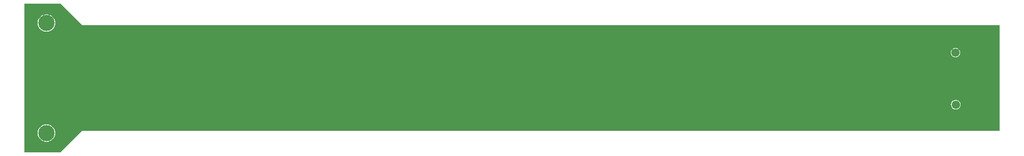
<source format=gbl>
G04 Layer_Physical_Order=2*
G04 Layer_Color=16711680*
%FSLAX25Y25*%
%MOIN*%
G70*
G01*
G75*
%ADD16C,0.11811*%
%ADD17C,0.06102*%
%ADD18C,0.05000*%
%ADD19C,0.02800*%
G36*
X42658Y93839D02*
X42666Y93834D01*
X43000Y93500D01*
X707744D01*
Y16666D01*
X43233D01*
X43144Y16683D01*
X42792Y16613D01*
X42623Y16500D01*
X42500D01*
X27000Y1000D01*
X1000D01*
Y109319D01*
X27179D01*
X42658Y93839D01*
D02*
G37*
%LPC*%
G36*
X17000Y21336D02*
X15764Y21214D01*
X14575Y20854D01*
X13480Y20268D01*
X12520Y19480D01*
X11732Y18520D01*
X11146Y17425D01*
X10786Y16236D01*
X10664Y15000D01*
X10786Y13764D01*
X11146Y12575D01*
X11732Y11480D01*
X12520Y10520D01*
X13480Y9732D01*
X14575Y9146D01*
X15764Y8786D01*
X17000Y8664D01*
X18236Y8786D01*
X19425Y9146D01*
X20520Y9732D01*
X21480Y10520D01*
X22268Y11480D01*
X22854Y12575D01*
X23214Y13764D01*
X23336Y15000D01*
X23214Y16236D01*
X22854Y17425D01*
X22268Y18520D01*
X21480Y19480D01*
X20520Y20268D01*
X19425Y20854D01*
X18236Y21214D01*
X17000Y21336D01*
D02*
G37*
G36*
X675858Y39209D02*
X674957Y39091D01*
X674118Y38743D01*
X673397Y38190D01*
X672844Y37469D01*
X672496Y36629D01*
X672377Y35728D01*
X672496Y34827D01*
X672844Y33988D01*
X673397Y33267D01*
X674118Y32714D01*
X674957Y32366D01*
X675858Y32247D01*
X676759Y32366D01*
X677599Y32714D01*
X678320Y33267D01*
X678873Y33988D01*
X679221Y34827D01*
X679339Y35728D01*
X679221Y36629D01*
X678873Y37469D01*
X678320Y38190D01*
X677599Y38743D01*
X676759Y39091D01*
X675858Y39209D01*
D02*
G37*
G36*
X17000Y101572D02*
X15764Y101451D01*
X14575Y101090D01*
X13480Y100505D01*
X12520Y99717D01*
X11732Y98756D01*
X11146Y97661D01*
X10786Y96472D01*
X10664Y95236D01*
X10786Y94000D01*
X11146Y92812D01*
X11732Y91716D01*
X12520Y90756D01*
X13480Y89968D01*
X14575Y89383D01*
X15764Y89022D01*
X17000Y88900D01*
X18236Y89022D01*
X19425Y89383D01*
X20520Y89968D01*
X21480Y90756D01*
X22268Y91716D01*
X22854Y92812D01*
X23214Y94000D01*
X23336Y95236D01*
X23214Y96472D01*
X22854Y97661D01*
X22268Y98756D01*
X21480Y99717D01*
X20520Y100505D01*
X19425Y101090D01*
X18236Y101451D01*
X17000Y101572D01*
D02*
G37*
G36*
X675661Y77103D02*
X674760Y76984D01*
X673921Y76637D01*
X673200Y76083D01*
X672647Y75362D01*
X672299Y74523D01*
X672181Y73622D01*
X672299Y72721D01*
X672647Y71882D01*
X673200Y71161D01*
X673921Y70607D01*
X674760Y70260D01*
X675661Y70141D01*
X676562Y70260D01*
X677402Y70607D01*
X678123Y71161D01*
X678676Y71882D01*
X679024Y72721D01*
X679142Y73622D01*
X679024Y74523D01*
X678676Y75362D01*
X678123Y76083D01*
X677402Y76637D01*
X676562Y76984D01*
X675661Y77103D01*
D02*
G37*
%LPD*%
D16*
X17000Y95236D02*
D03*
Y15000D02*
D03*
D17*
X675858Y35728D02*
D03*
X675661Y73622D02*
D03*
D18*
X22486Y40471D02*
D03*
X28486D02*
D03*
X34486D02*
D03*
X40486D02*
D03*
X46486D02*
D03*
X52486D02*
D03*
X58486D02*
D03*
X64486D02*
D03*
X70486D02*
D03*
X76486D02*
D03*
X82486D02*
D03*
X88486D02*
D03*
X94486D02*
D03*
X100486D02*
D03*
X106486D02*
D03*
X112486D02*
D03*
X118486D02*
D03*
X124486D02*
D03*
X130486D02*
D03*
X136486D02*
D03*
X142486D02*
D03*
X148486D02*
D03*
X154486D02*
D03*
X160486D02*
D03*
X166486D02*
D03*
X172486D02*
D03*
X178486D02*
D03*
X184486D02*
D03*
X190486D02*
D03*
X196486D02*
D03*
X202486D02*
D03*
X208486D02*
D03*
X214486D02*
D03*
X220486D02*
D03*
X226486D02*
D03*
X232486D02*
D03*
X238486D02*
D03*
X244486D02*
D03*
X250486D02*
D03*
X256486D02*
D03*
X262486D02*
D03*
X268486D02*
D03*
X274486D02*
D03*
X280486D02*
D03*
X286486D02*
D03*
X292486D02*
D03*
X298486D02*
D03*
X304486D02*
D03*
X310486D02*
D03*
X316486D02*
D03*
X322486D02*
D03*
X328486D02*
D03*
X334486D02*
D03*
X340486D02*
D03*
X346486D02*
D03*
X352486D02*
D03*
X358486D02*
D03*
X364486D02*
D03*
X370486D02*
D03*
X376486D02*
D03*
X382486D02*
D03*
X388486D02*
D03*
X394486D02*
D03*
X400486D02*
D03*
X406486D02*
D03*
X412486D02*
D03*
X418486D02*
D03*
X424486D02*
D03*
X430486D02*
D03*
X436486D02*
D03*
X442486D02*
D03*
X448486D02*
D03*
X454486D02*
D03*
X460486D02*
D03*
X466486D02*
D03*
X472486D02*
D03*
X478486D02*
D03*
X484486D02*
D03*
X490486D02*
D03*
X496486D02*
D03*
X502486D02*
D03*
X508486D02*
D03*
X514486D02*
D03*
X520486D02*
D03*
X526486D02*
D03*
X532486D02*
D03*
X538486D02*
D03*
X544486D02*
D03*
X550486D02*
D03*
X556486D02*
D03*
X562486D02*
D03*
X568486D02*
D03*
X574486D02*
D03*
X580486D02*
D03*
X586486D02*
D03*
X592486D02*
D03*
X598486D02*
D03*
X604486D02*
D03*
X610486D02*
D03*
X616486D02*
D03*
X622486D02*
D03*
X628486D02*
D03*
X634486D02*
D03*
X640486D02*
D03*
X646486D02*
D03*
X652486D02*
D03*
X666570Y44380D02*
D03*
X646765Y48529D02*
D03*
X640765D02*
D03*
X634764D02*
D03*
X628764D02*
D03*
X622764D02*
D03*
X616764D02*
D03*
X610765D02*
D03*
X604765D02*
D03*
X598765D02*
D03*
X592765D02*
D03*
X586764D02*
D03*
X580764D02*
D03*
X574764D02*
D03*
X568764D02*
D03*
X562765D02*
D03*
X556765D02*
D03*
X550765D02*
D03*
X544765D02*
D03*
X538764D02*
D03*
X532764D02*
D03*
X526764D02*
D03*
X520764D02*
D03*
X514764D02*
D03*
X508765D02*
D03*
X502765D02*
D03*
X496765D02*
D03*
X490765D02*
D03*
X484764D02*
D03*
X478764D02*
D03*
X472764D02*
D03*
X466764D02*
D03*
X460765D02*
D03*
X454765D02*
D03*
X448765D02*
D03*
X442765D02*
D03*
X436764D02*
D03*
X430764D02*
D03*
X424764D02*
D03*
X418764D02*
D03*
X412765D02*
D03*
X406765D02*
D03*
X400765D02*
D03*
X394764D02*
D03*
X388765D02*
D03*
X382765D02*
D03*
X376764D02*
D03*
X370764D02*
D03*
X364764D02*
D03*
X358765D02*
D03*
X352765D02*
D03*
X346764D02*
D03*
X340764D02*
D03*
X334765D02*
D03*
X328765D02*
D03*
X322764D02*
D03*
X316764D02*
D03*
X310765D02*
D03*
X304765D02*
D03*
X298764D02*
D03*
X292764D02*
D03*
X286765D02*
D03*
X280765D02*
D03*
X274764D02*
D03*
X268764D02*
D03*
X262765D02*
D03*
X256765D02*
D03*
X250764D02*
D03*
X244764D02*
D03*
X238765D02*
D03*
X232765D02*
D03*
X226764D02*
D03*
X220764D02*
D03*
X214764D02*
D03*
X208765D02*
D03*
X202765D02*
D03*
X196765D02*
D03*
X190764D02*
D03*
X184765D02*
D03*
X178764D02*
D03*
X172765D02*
D03*
X166764D02*
D03*
X160765D02*
D03*
X154764D02*
D03*
X148765D02*
D03*
X142764D02*
D03*
X136765D02*
D03*
X130764D02*
D03*
X124765D02*
D03*
X118764D02*
D03*
X112765D02*
D03*
X106764D02*
D03*
X100765D02*
D03*
X94765D02*
D03*
X88765D02*
D03*
X82765D02*
D03*
X76765D02*
D03*
X70764D02*
D03*
X64764D02*
D03*
X58764D02*
D03*
X52764D02*
D03*
X46764D02*
D03*
X40764D02*
D03*
X34765D02*
D03*
X28765D02*
D03*
X22764D02*
D03*
X22487Y59671D02*
D03*
X28487D02*
D03*
X34487D02*
D03*
X40487D02*
D03*
X46487D02*
D03*
X52487D02*
D03*
X58487D02*
D03*
X64487D02*
D03*
X70487D02*
D03*
X76487D02*
D03*
X82487D02*
D03*
X88487D02*
D03*
X94487D02*
D03*
X100487D02*
D03*
X106487D02*
D03*
X112487D02*
D03*
X118487D02*
D03*
X124487D02*
D03*
X130487D02*
D03*
X136487D02*
D03*
X142487D02*
D03*
X148487D02*
D03*
X154487D02*
D03*
X160487D02*
D03*
X166487D02*
D03*
X172487D02*
D03*
X178487D02*
D03*
X184487D02*
D03*
X190487D02*
D03*
X196487D02*
D03*
X202487D02*
D03*
X208487D02*
D03*
X214487D02*
D03*
X220487D02*
D03*
X226487D02*
D03*
X232487D02*
D03*
X238487D02*
D03*
X244487D02*
D03*
X250487D02*
D03*
X256487D02*
D03*
X262487D02*
D03*
X268487D02*
D03*
X274487D02*
D03*
X280487D02*
D03*
X286487D02*
D03*
X292487D02*
D03*
X298487D02*
D03*
X304487D02*
D03*
X310487D02*
D03*
X316487D02*
D03*
X322487D02*
D03*
X328487D02*
D03*
X334487D02*
D03*
X340487D02*
D03*
X346487D02*
D03*
X352487D02*
D03*
X358487D02*
D03*
X364487D02*
D03*
X370487D02*
D03*
X376487D02*
D03*
X382487D02*
D03*
X388487D02*
D03*
X394487D02*
D03*
X400487D02*
D03*
X406487D02*
D03*
X412487D02*
D03*
X418487D02*
D03*
X424487D02*
D03*
X430487D02*
D03*
X436487D02*
D03*
X442487D02*
D03*
X448487D02*
D03*
X454487D02*
D03*
X460487D02*
D03*
X466487D02*
D03*
X472487D02*
D03*
X478487D02*
D03*
X484487D02*
D03*
X490487D02*
D03*
X496487D02*
D03*
X502487D02*
D03*
X508487D02*
D03*
X514487D02*
D03*
X520487D02*
D03*
X526487D02*
D03*
X532487D02*
D03*
X538487D02*
D03*
X544487D02*
D03*
X550487D02*
D03*
X556487D02*
D03*
X562487D02*
D03*
X568487D02*
D03*
X574487D02*
D03*
X580487D02*
D03*
X586487D02*
D03*
X592487D02*
D03*
X598487D02*
D03*
X604487D02*
D03*
X610487D02*
D03*
X616487D02*
D03*
X622487D02*
D03*
X628487D02*
D03*
X634487D02*
D03*
X640487D02*
D03*
X646487D02*
D03*
X652487D02*
D03*
X666578Y63219D02*
D03*
X646765Y67729D02*
D03*
X640765D02*
D03*
X634764D02*
D03*
X628764D02*
D03*
X622764D02*
D03*
X616764D02*
D03*
X610765D02*
D03*
X604765D02*
D03*
X598765D02*
D03*
X592765D02*
D03*
X586764D02*
D03*
X580764D02*
D03*
X574764D02*
D03*
X568764D02*
D03*
X562765D02*
D03*
X556765D02*
D03*
X550765D02*
D03*
X544765D02*
D03*
X538764D02*
D03*
X532764D02*
D03*
X526764D02*
D03*
X520764D02*
D03*
X514764D02*
D03*
X508765D02*
D03*
X502765D02*
D03*
X496765D02*
D03*
X490765D02*
D03*
X484764D02*
D03*
X478764D02*
D03*
X472764D02*
D03*
X466764D02*
D03*
X460765D02*
D03*
X454765D02*
D03*
X448765D02*
D03*
X442765D02*
D03*
X436764D02*
D03*
X430764D02*
D03*
X424764D02*
D03*
X418764D02*
D03*
X412765D02*
D03*
X406765D02*
D03*
X400765D02*
D03*
X394764D02*
D03*
X388765D02*
D03*
X382765D02*
D03*
X376764D02*
D03*
X370764D02*
D03*
X364764D02*
D03*
X358765D02*
D03*
X352765D02*
D03*
X346764D02*
D03*
X340764D02*
D03*
X334765D02*
D03*
X328765D02*
D03*
X322764D02*
D03*
X316764D02*
D03*
X310765D02*
D03*
X304765D02*
D03*
X298764D02*
D03*
X292764D02*
D03*
X286765D02*
D03*
X280765D02*
D03*
X274764D02*
D03*
X268764D02*
D03*
X262765D02*
D03*
X256765D02*
D03*
X250764D02*
D03*
X244764D02*
D03*
X238765D02*
D03*
X232765D02*
D03*
X226764D02*
D03*
X220764D02*
D03*
X214764D02*
D03*
X208765D02*
D03*
X202765D02*
D03*
X196765D02*
D03*
X190764D02*
D03*
X184765D02*
D03*
X178764D02*
D03*
X172765D02*
D03*
X166764D02*
D03*
X160765D02*
D03*
X154764D02*
D03*
X148765D02*
D03*
X142764D02*
D03*
X136765D02*
D03*
X130764D02*
D03*
X124765D02*
D03*
X118764D02*
D03*
X112765D02*
D03*
X106764D02*
D03*
X100765D02*
D03*
X94765D02*
D03*
X88765D02*
D03*
X82765D02*
D03*
X76765D02*
D03*
X70764D02*
D03*
X64764D02*
D03*
X58764D02*
D03*
X52764D02*
D03*
X46764D02*
D03*
X40764D02*
D03*
X34765D02*
D03*
X28765D02*
D03*
X22764D02*
D03*
D19*
X703661Y86622D02*
D03*
X701161Y81622D02*
D03*
X703661Y76622D02*
D03*
X701161Y71622D02*
D03*
X703661Y66622D02*
D03*
X701161Y61622D02*
D03*
X703661Y56622D02*
D03*
X701161Y51622D02*
D03*
X703661Y46622D02*
D03*
X701161Y41622D02*
D03*
X703661Y36622D02*
D03*
X701161Y31622D02*
D03*
X703661Y26622D02*
D03*
X701161Y21622D02*
D03*
X698661Y86622D02*
D03*
X696161Y81622D02*
D03*
X698661Y76622D02*
D03*
Y66622D02*
D03*
Y56622D02*
D03*
Y46622D02*
D03*
Y36622D02*
D03*
X696161Y31622D02*
D03*
X698661Y26622D02*
D03*
X696161Y21622D02*
D03*
X693661Y86622D02*
D03*
X691161Y81622D02*
D03*
X693661Y76622D02*
D03*
Y36622D02*
D03*
X691161Y31622D02*
D03*
X693661Y26622D02*
D03*
X691161Y21622D02*
D03*
X688661Y86622D02*
D03*
Y76622D02*
D03*
Y36622D02*
D03*
Y26622D02*
D03*
X686161Y21622D02*
D03*
X683661Y86622D02*
D03*
X681161Y41622D02*
D03*
X683661Y26622D02*
D03*
X681161Y21622D02*
D03*
M02*

</source>
